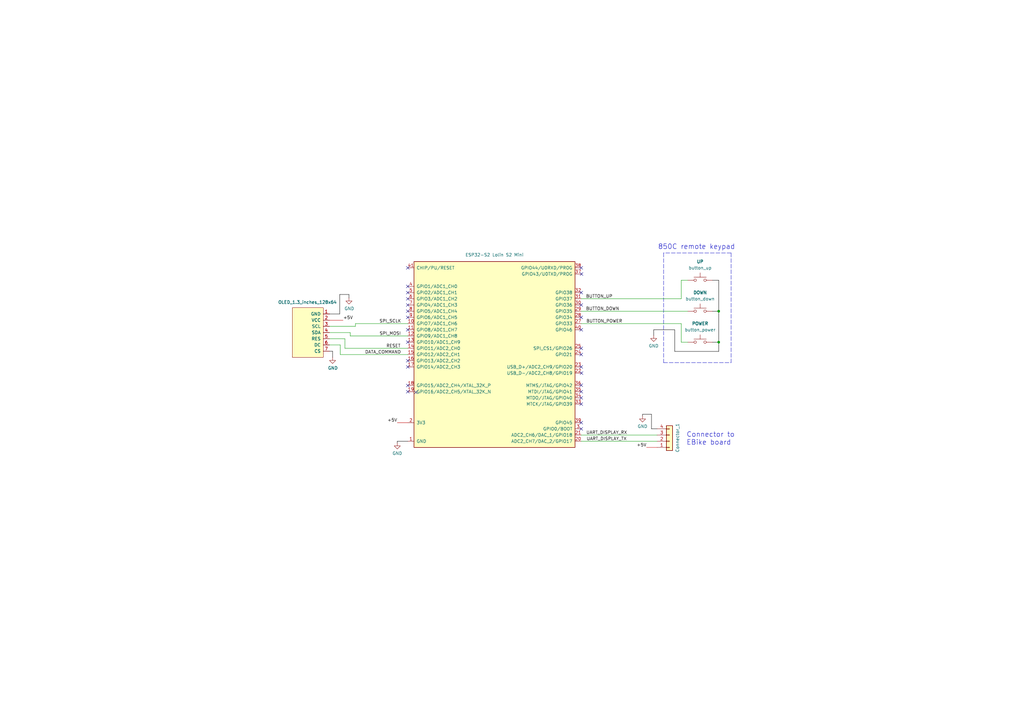
<source format=kicad_sch>
(kicad_sch (version 20211123) (generator eeschema)
  (paper "A3")
  (lib_symbols
    (symbol "Connector_Generic:Conn_01x04" (pin_names (offset 1.016) hide)
      (property "Reference" "J" (at 0 5.08 0))
      (property "Value" "Conn_01x04" (at 0 -7.62 0))
      (symbol "Conn_01x04_1_1"
        (rectangle (start -1.27 -4.953) (end 0 -5.207) (stroke (width 0.1524)))
        (rectangle (start -1.27 -2.413) (end 0 -2.667) (stroke (width 0.1524)))
        (rectangle (start -1.27 0.127) (end 0 -0.127) (stroke (width 0.1524)))
        (rectangle (start -1.27 2.667) (end 0 2.413) (stroke (width 0.1524)))
        (rectangle (start -1.27 3.81) (end 1.27 -6.35) (stroke (width 0.254)) (fill (type background)))
        (pin passive line (at -5.08 2.54 0) (length 3.81) (name "Pin_1") (number "1"))
        (pin passive line (at -5.08 0 0) (length 3.81) (name "Pin_2") (number "2"))
        (pin passive line (at -5.08 -2.54 0) (length 3.81) (name "Pin_3") (number "3"))
        (pin passive line (at -5.08 -5.08 0) (length 3.81) (name "Pin_4") (number "4"))
      )
    )
    (symbol "Espressif:ESP32-S2-WROOM" (pin_names (offset 1.016))
      (property "Value" "ESP32-S2 Lolin S2 Mini" (at 0 40.894 0))
      (symbol "ESP32-S2-WROOM_0_0"
        (pin passive line (at -35.56 -35.56 0) (length 2.54) hide (name "GND") (number "43"))
      )
      (symbol "ESP32-S2-WROOM_1_1"
        (rectangle (start -33.02 38.1) (end 33.02 -38.1) (stroke (width 0.254)) (fill (type background)))
        (pin power_in line (at -35.56 -35.56 0) (length 2.54) (name "GND") (number "1"))
        (pin bidirectional line (at -35.56 12.7 0) (length 2.54) (name "GPIO7/ADC1_CH6") (number "10"))
        (pin bidirectional line (at -35.56 10.16 0) (length 2.54) (name "GPIO8/ADC1_CH7") (number "11"))
        (pin bidirectional line (at -35.56 7.62 0) (length 2.54) (name "GPIO9/ADC1_CH8") (number "12"))
        (pin bidirectional line (at -35.56 5.08 0) (length 2.54) (name "GPIO10/ADC1_CH9") (number "13"))
        (pin bidirectional line (at -35.56 2.54 0) (length 2.54) (name "GPIO11/ADC2_CH0") (number "14"))
        (pin bidirectional line (at -35.56 0 0) (length 2.54) (name "GPIO12/ADC2_CH1") (number "15"))
        (pin bidirectional line (at -35.56 -2.54 0) (length 2.54) (name "GPIO13/ADC2_CH2") (number "16"))
        (pin bidirectional line (at -35.56 -5.08 0) (length 2.54) (name "GPIO14/ADC2_CH3") (number "17"))
        (pin bidirectional line (at -35.56 -12.7 0) (length 2.54) (name "GPIO15/ADC2_CH4/XTAL_32K_P") (number "18"))
        (pin bidirectional line (at -35.56 -15.24 0) (length 2.54) (name "GPIO16/ADC2_CH5/XTAL_32K_N") (number "19"))
        (pin power_in line (at -35.56 -27.94 0) (length 2.54) (name "3V3") (number "2"))
        (pin bidirectional line (at 35.56 -35.56 180) (length 2.54) (name "ADC2_CH7/DAC_2/GPIO17") (number "20"))
        (pin bidirectional line (at 35.56 -33.02 180) (length 2.54) (name "ADC2_CH6/DAC_1/GPIO18") (number "21"))
        (pin bidirectional line (at 35.56 -7.62 180) (length 2.54) (name "USB_D-/ADC2_CH8/GPIO19") (number "22"))
        (pin bidirectional line (at 35.56 -5.08 180) (length 2.54) (name "USB_D+/ADC2_CH9/GPIO20") (number "23"))
        (pin bidirectional line (at 35.56 0 180) (length 2.54) (name "GPIO21") (number "24"))
        (pin bidirectional line (at 35.56 2.54 180) (length 2.54) (name "SPI_CS1/GPIO26") (number "25"))
        (pin passive line (at -35.56 -35.56 0) (length 2.54) hide (name "GND") (number "26"))
        (pin bidirectional line (at 35.56 12.7 180) (length 2.54) (name "GPIO33") (number "27"))
        (pin bidirectional line (at 35.56 15.24 180) (length 2.54) (name "GPIO34") (number "28"))
        (pin bidirectional line (at 35.56 17.78 180) (length 2.54) (name "GPIO35") (number "29"))
        (pin bidirectional line (at 35.56 -30.48 180) (length 2.54) (name "GPIO0/BOOT") (number "3"))
        (pin bidirectional line (at 35.56 20.32 180) (length 2.54) (name "GPIO36") (number "30"))
        (pin bidirectional line (at 35.56 22.86 180) (length 2.54) (name "GPIO37") (number "31"))
        (pin bidirectional line (at 35.56 25.4 180) (length 2.54) (name "GPIO38") (number "32"))
        (pin bidirectional line (at 35.56 -20.32 180) (length 2.54) (name "MTCK/JTAG/GPIO39") (number "33"))
        (pin bidirectional line (at 35.56 -17.78 180) (length 2.54) (name "MTDO/JTAG/GPIO40") (number "34"))
        (pin bidirectional line (at 35.56 -15.24 180) (length 2.54) (name "MTDI/JTAG/GPIO41") (number "35"))
        (pin bidirectional line (at 35.56 -12.7 180) (length 2.54) (name "MTMS/JTAG/GPIO42") (number "36"))
        (pin bidirectional line (at 35.56 33.02 180) (length 2.54) (name "GPIO43/U0TXD/PROG") (number "37"))
        (pin bidirectional line (at 35.56 35.56 180) (length 2.54) (name "GPIO44/U0RXD/PROG") (number "38"))
        (pin bidirectional line (at 35.56 -27.94 180) (length 2.54) (name "GPIO45") (number "39"))
        (pin bidirectional line (at -35.56 27.94 0) (length 2.54) (name "GPIO1/ADC1_CH0") (number "4"))
        (pin input line (at 35.56 10.16 180) (length 2.54) (name "GPIO46") (number "40"))
        (pin input line (at -35.56 35.56 0) (length 2.54) (name "CHIP/PU/RESET") (number "41"))
        (pin passive line (at -35.56 -35.56 0) (length 2.54) hide (name "GND") (number "42"))
        (pin bidirectional line (at -35.56 25.4 0) (length 2.54) (name "GPIO2/ADC1_CH1") (number "5"))
        (pin bidirectional line (at -35.56 22.86 0) (length 2.54) (name "GPIO3/ADC1_CH2") (number "6"))
        (pin bidirectional line (at -35.56 20.32 0) (length 2.54) (name "GPIO4/ADC1_CH3") (number "7"))
        (pin bidirectional line (at -35.56 17.78 0) (length 2.54) (name "GPIO5/ADC1_CH4") (number "8"))
        (pin bidirectional line (at -35.56 15.24 0) (length 2.54) (name "GPIO6/ADC1_CH5") (number "9"))
      )
    )
    (symbol "power:GND" (power) (pin_names (offset 0))
      (property "Value" "GND" (at 0 -3.81 0))
      (symbol "GND_0_1"
        (polyline (pts (xy 0 0) (xy 0 -1.27) (xy 1.27 -1.27) (xy 0 -2.54) (xy -1.27 -1.27) (xy 0 -1.27)))
      )
      (symbol "GND_1_1"
        (pin power_in line (at 0 0 270) (length 0) hide (name "GND") (number "1"))
      )
    )
    (symbol "schematic-OLED_SPI-Bafang_M500_M600-rescue:SSD1306-SPI-OLED-schematic-rescue" (pin_names (offset 1.016))
      (property "Reference" "Brd" (at -3.81 -3.81 0))
      (property "Value" "SSD1306-SPI-OLED-schematic-rescue" (at 0 -1.27 0))
      (symbol "SSD1306-SPI-OLED-schematic-rescue_0_1"
        (rectangle (start -10.16 6.35) (end 10.16 -6.35) (fill (type background)))
      )
      (symbol "SSD1306-SPI-OLED-schematic-rescue_1_1"
        (pin input line (at -7.62 8.89 270) (length 2.54) (name "GND") (number "1"))
        (pin input line (at -5.08 8.89 270) (length 2.54) (name "VCC") (number "2"))
        (pin input line (at -2.54 8.89 270) (length 2.54) (name "SCL") (number "3"))
        (pin input line (at 0 8.89 270) (length 2.54) (name "SDA") (number "4"))
        (pin input line (at 2.54 8.89 270) (length 2.54) (name "RES") (number "5"))
        (pin input line (at 5.08 8.89 270) (length 2.54) (name "DC") (number "6"))
        (pin input line (at 7.62 8.89 270) (length 2.54) (name "CS") (number "7"))
      )
    )
    (symbol "schematic-OLED_SPI-Bafang_M500_M600-rescue:Switch_SW_Push-Wired_remote" (pin_numbers hide) (pin_names (offset 1.016) hide)
      (property "Reference" "SW" (at 1.27 2.54 0))
      (property "Value" "Switch_SW_Push-Wired_remote" (at 0 -1.524 0))
      (symbol "Switch_SW_Push-Wired_remote_0_1"
        (circle (center -2.032 0) (radius 0.508))
        (polyline (pts (xy 0 1.27) (xy 0 3.048)))
        (polyline (pts (xy 2.54 1.27) (xy -2.54 1.27)))
        (circle (center 2.032 0) (radius 0.508))
        (pin passive line (at -5.08 0 0) (length 2.54) (name "1") (number "1"))
        (pin passive line (at 5.08 0 180) (length 2.54) (name "2") (number "2"))
      )
    )
  )
  (junction (at 294.767 140.335))
  (junction (at 294.767 127.635))
  (no_connect (at 170.561 160.909))
  (no_connect (at 167.259 160.655))
  (no_connect (at 167.259 158.115))
  (no_connect (at 167.259 150.495))
  (no_connect (at 238.379 157.988))
  (no_connect (at 238.379 160.655))
  (no_connect (at 238.379 163.195))
  (no_connect (at 238.379 173.355))
  (no_connect (at 238.379 165.735))
  (no_connect (at 238.379 175.895))
  (no_connect (at 167.259 147.955))
  (no_connect (at 167.259 135.255))
  (no_connect (at 167.259 130.175))
  (no_connect (at 167.259 109.855))
  (no_connect (at 167.259 127.635))
  (no_connect (at 167.259 140.335))
  (no_connect (at 167.259 117.475))
  (no_connect (at 167.259 125.095))
  (no_connect (at 167.259 122.555))
  (no_connect (at 167.259 120.015))
  (no_connect (at 238.506 112.395))
  (no_connect (at 238.379 125.095))
  (no_connect (at 238.379 120.015))
  (no_connect (at 238.379 109.855))
  (no_connect (at 238.379 130.175))
  (no_connect (at 238.379 150.495))
  (no_connect (at 238.506 153.035))
  (no_connect (at 238.379 142.875))
  (no_connect (at 238.379 135.255))
  (no_connect (at 238.379 145.415))
  (wire (pts (xy 143.129 120.777) (xy 143.129 122.174)) (stroke (width 0) (color 0 0 0 1)))
  (wire (pts (xy 282.067 114.935) (xy 279.4 114.935)))
  (wire (pts (xy 294.767 140.335) (xy 294.767 127.635)) (stroke (width 0) (color 0 0 0 1)))
  (wire (pts (xy 139.573 145.415) (xy 139.573 141.478)))
  (wire (pts (xy 135.128 138.938) (xy 141.478 138.938)))
  (wire (pts (xy 238.379 180.975) (xy 269.494 180.975)))
  (wire (pts (xy 268.097 135.255) (xy 268.097 137.541)) (stroke (width 0) (color 0 0 0 1)))
  (wire (pts (xy 135.128 128.778) (xy 139.319 128.778)) (stroke (width 0) (color 0 0 0 1)))
  (wire (pts (xy 269.494 183.515) (xy 265.176 183.515)) (stroke (width 0) (color 194 0 0 1)))
  (wire (pts (xy 145.796 133.858) (xy 135.128 133.858)))
  (wire (pts (xy 143.637 137.795) (xy 143.637 136.398)))
  (wire (pts (xy 294.767 114.935) (xy 294.767 127.635)) (stroke (width 0) (color 0 0 0 1)))
  (polyline (pts (xy 299.847 103.759) (xy 299.847 148.717)))
  (wire (pts (xy 238.379 178.435) (xy 269.494 178.435)))
  (wire (pts (xy 139.319 128.778) (xy 139.319 120.777)) (stroke (width 0) (color 0 0 0 1)))
  (wire (pts (xy 167.259 132.715) (xy 145.796 132.715)))
  (wire (pts (xy 167.259 145.415) (xy 139.573 145.415)))
  (wire (pts (xy 135.128 131.318) (xy 140.716 131.318)) (stroke (width 0) (color 194 0 0 1)))
  (wire (pts (xy 294.767 127.635) (xy 292.227 127.635)) (stroke (width 0) (color 0 0 0 1)))
  (polyline (pts (xy 272.161 148.717) (xy 299.847 148.717)))
  (wire (pts (xy 238.379 132.715) (xy 279.4 132.715)))
  (wire (pts (xy 276.733 135.255) (xy 268.097 135.255)) (stroke (width 0) (color 0 0 0 1)))
  (wire (pts (xy 167.259 180.975) (xy 162.941 180.975)) (stroke (width 0) (color 0 0 0 1)))
  (wire (pts (xy 162.941 180.975) (xy 162.941 181.61)) (stroke (width 0) (color 0 0 0 1)))
  (wire (pts (xy 292.227 140.335) (xy 294.767 140.335)) (stroke (width 0) (color 0 0 0 1)))
  (wire (pts (xy 267.208 169.926) (xy 263.525 169.926)) (stroke (width 0) (color 0 0 0 1)))
  (wire (pts (xy 263.525 169.926) (xy 263.525 170.561)) (stroke (width 0) (color 0 0 0 1)))
  (wire (pts (xy 135.128 136.398) (xy 143.637 136.398)))
  (wire (pts (xy 294.767 140.335) (xy 294.767 144.145)) (stroke (width 0) (color 0 0 0 1)))
  (wire (pts (xy 139.319 120.777) (xy 143.129 120.777)) (stroke (width 0) (color 0 0 0 1)))
  (wire (pts (xy 279.4 132.715) (xy 279.4 140.335)))
  (wire (pts (xy 135.128 144.018) (xy 136.398 144.018)) (stroke (width 0) (color 0 0 0 1)))
  (wire (pts (xy 269.494 175.895) (xy 267.208 175.895)) (stroke (width 0) (color 0 0 0 1)))
  (wire (pts (xy 141.478 142.875) (xy 167.259 142.875)))
  (wire (pts (xy 141.478 138.938) (xy 141.478 142.875)))
  (wire (pts (xy 167.259 173.355) (xy 162.941 173.355)) (stroke (width 0) (color 194 0 0 1)))
  (wire (pts (xy 238.379 122.555) (xy 279.4 122.555)))
  (polyline (pts (xy 299.847 103.759) (xy 272.161 103.759)))
  (wire (pts (xy 145.796 132.715) (xy 145.796 133.858)))
  (wire (pts (xy 267.208 175.895) (xy 267.208 169.926)) (stroke (width 0) (color 0 0 0 1)))
  (wire (pts (xy 238.379 127.635) (xy 282.067 127.635)))
  (wire (pts (xy 167.259 137.795) (xy 143.637 137.795)))
  (wire (pts (xy 136.398 144.018) (xy 136.398 146.558)) (stroke (width 0) (color 0 0 0 1)))
  (wire (pts (xy 139.573 141.478) (xy 135.128 141.478)))
  (wire (pts (xy 292.227 114.935) (xy 294.767 114.935)) (stroke (width 0) (color 0 0 0 1)))
  (wire (pts (xy 276.733 135.255) (xy 276.733 144.145)) (stroke (width 0) (color 0 0 0 1)))
  (wire (pts (xy 294.767 144.145) (xy 276.733 144.145)) (stroke (width 0) (color 0 0 0 1)))
  (wire (pts (xy 282.067 140.335) (xy 279.4 140.335)))
  (polyline (pts (xy 272.161 103.759) (xy 272.161 148.717)))
  (wire (pts (xy 279.4 122.555) (xy 279.4 114.935)))
  (text "850C remote keypad" (at 301.498 102.489 180) (effects (font (size 2.0066 2.0066)) (justify right bottom)))
  (text "Connector to\nEBike board" (at 281.559 182.753 0) (effects (font (size 2.0066 2.0066)) (justify left bottom)))
  (label "BUTTON_POWER" (at 240.411 132.715 0))
  (label "+5V" (at 162.941 173.355 180))
  (label "RESET" (at 164.338 142.875 180))
  (label "UART_DISPLAY_TX" (at 240.538 180.975 0))
  (label "DATA_COMMAND" (at 164.465 145.415 180))
  (label "BUTTON_DOWN" (at 240.284 127.635 0))
  (label "+5V" (at 265.176 183.515 180))
  (label "SPI_MOSI" (at 164.465 137.795 180))
  (label "SPI_SCLK" (at 164.592 132.715 180))
  (label "+5V" (at 140.716 131.318 0))
  (label "BUTTON_UP" (at 240.284 122.555 0))
  (label "UART_DISPLAY_RX" (at 240.411 178.435 0))
  (symbol (lib_id "schematic-OLED_SPI-Bafang_M500_M600-rescue:Switch_SW_Push-Wired_remote") (at 287.147 140.335 0) (mirror y) (unit 1)
    (property "Reference" "button_power" (at 287.147 135.255 0))
    (property "Value" "POWER" (at 287.147 132.715 0) (effects (font bold)))
  )
  (symbol (lib_id "schematic-OLED_SPI-Bafang_M500_M600-rescue:SSD1306-SPI-OLED-schematic-rescue") (at 126.238 136.398 270) (unit 1)
    (property "Reference" "NA?" (effects hide))
    (property "Value" "OLED_1.3_inches_128x64" (at 138.176 123.952 90) (effects (justify right)))
  )
  (symbol (lib_id "Espressif:ESP32-S2-WROOM") (at 202.819 145.415 0) (unit 1)
    (property "Reference" "U?" (effects hide))
    (property "Value" "ESP32-S2 Lolin S2 Mini" (at 202.819 104.521 0))
    (property "Footprint" "Espressif:ESP32-S2-WROOM" (effects hide))
    (property "Datasheet" "https://www.espressif.com/sites/default/files/documentation/esp32-s2-wroom_esp32-s2-wroom-i_datasheet_en.pdf" (effects hide))
  )
  (symbol (lib_id "Connector_Generic:Conn_01x04") (at 274.574 180.975 0) (mirror x) (unit 1)
    (property "Reference" "J?" (effects hide))
    (property "Value" "Connector_1" (at 277.876 179.578 90))
  )
  (symbol (lib_id "schematic-OLED_SPI-Bafang_M500_M600-rescue:Switch_SW_Push-Wired_remote") (at 287.147 127.635 0) (mirror y) (unit 1)
    (property "Reference" "button_down" (at 287.147 122.555 0))
    (property "Value" "DOWN" (at 287.147 120.015 0) (effects (font bold)))
  )
  (symbol (lib_id "power:GND") (at 162.941 181.61 0) (unit 1)
    (property "Reference" "#PWR?" (effects hide))
    (property "Value" "GND" (at 162.941 185.928 0))
  )
  (symbol (lib_id "power:GND") (at 263.525 170.561 0) (unit 1)
    (property "Reference" "#PWR?" (effects hide))
    (property "Value" "GND" (at 263.525 174.879 0))
  )
  (symbol (lib_id "schematic-OLED_SPI-Bafang_M500_M600-rescue:Switch_SW_Push-Wired_remote") (at 287.147 114.935 0) (mirror y) (unit 1)
    (property "Reference" "button_up" (at 287.147 109.855 0))
    (property "Value" "UP" (at 287.147 107.315 0) (effects (font bold)))
  )
  (symbol (lib_id "power:GND") (at 136.398 146.558 0) (unit 1)
    (property "Reference" "#PWR?" (effects hide))
    (property "Value" "GND" (at 136.525 150.9522 0))
  )
  (symbol (lib_id "power:GND") (at 268.097 137.541 0) (mirror y) (unit 1)
    (property "Reference" "#PWR?" (effects hide))
    (property "Value" "GND" (at 268.097 141.859 0))
  )
  (symbol (lib_id "power:GND") (at 143.129 122.174 0) (unit 1)
    (property "Reference" "#PWR?" (effects hide))
    (property "Value" "GND" (at 143.256 126.5682 0))
  )
)
</source>
